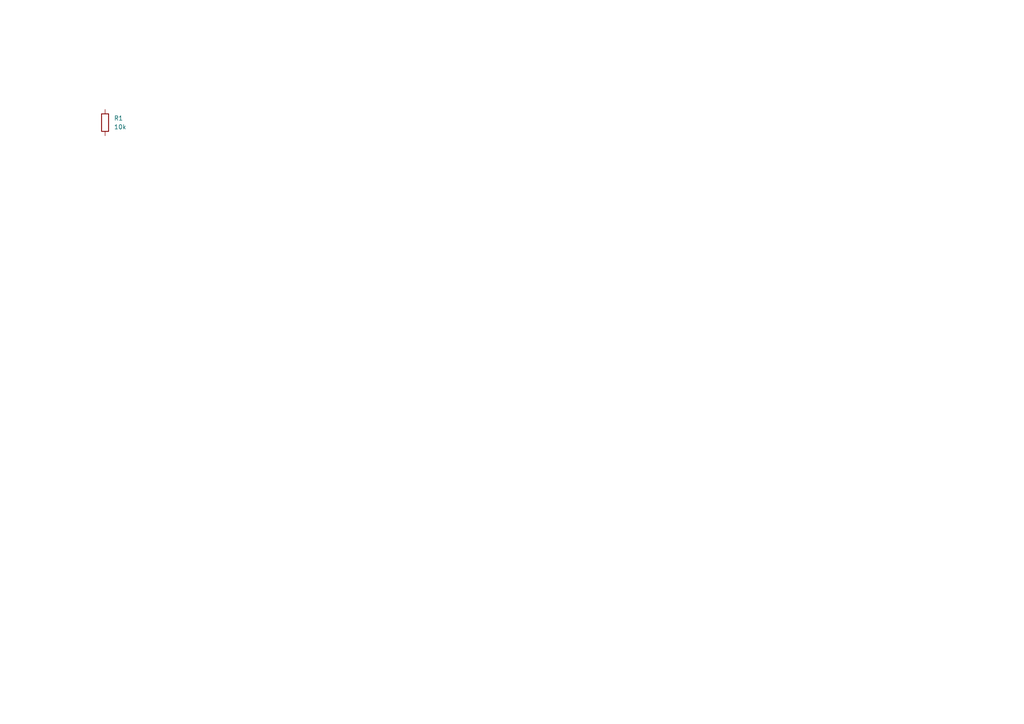
<source format=kicad_sch>
(kicad_sch (version 20250114) (generator "circuit_synth") (generator_version "0.8.36")
  (paper "A4")
  (title_block (title "test_good"))
  (lib_symbols
    (symbol "Device:R" (pin_numbers (hide yes)) (pin_names (offset 0))
      (property "Reference" "R" (at 2.032 0 90))
      (property "Value" "R" (at 0 0 90))
      (symbol "R_0_1"
        (rectangle (start -1.016 -2.54) (end 1.016 2.54) (stroke (width 0.254)))
      )
      (symbol "R_1_1"
        (pin passive line (at 0 3.81 270) (length 1.27) (name "~") (number "1"))
        (pin passive line (at 0 -3.81 90) (length 1.27) (name "~") (number "2"))
      )
    )
  )
  (symbol (lib_id "Device:R") (at 30.48 35.56 0) (unit 1)
    (property "Reference" "R1" (at 33.02 34.2899 0) (effects (justify left)))
    (property "Value" "10k" (at 33.02 36.8299 0) (effects (justify left)))
    (property "Footprint" "Resistor_SMD:R_0603_1608Metric" (effects (hide yes)))
    (property "hierarchy_path" "/254d9e6c-d278-4a6b-95b5-aa400163aa22" (effects (hide yes)))
    (property "project_name" "test_good" (effects (hide yes)))
    (property "root_uuid" "254d9e6c-d278-4a6b-95b5-aa400163aa22" (effects (hide yes)))
  )
)
</source>
